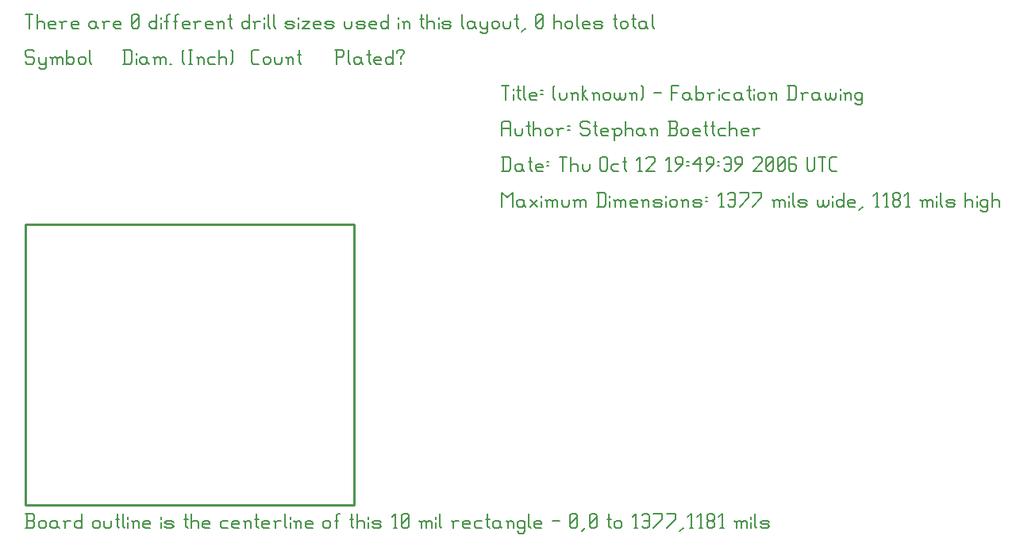
<source format=gbr>
G04 start of page 13 for group -3984 idx -3984
G04 Title: (unknown), fab *
G04 Creator: pcb-bin 20060822 *
G04 CreationDate: Thu Oct 12 19:49:39 2006 UTC *
G04 For: stephan *
G04 Format: Gerber/RS-274X *
G04 PCB-Dimensions: 137795 118110 *
G04 PCB-Coordinate-Origin: lower left *
%MOIN*%
%FSLAX24Y24*%
%LNFAB*%
%ADD11C,0.0060*%
%ADD12C,0.0100*%
G54D11*X300Y19161D02*X375Y19086D01*
X75Y19161D02*X300D01*
X0Y19086D02*X75Y19161D01*
X0Y19086D02*Y18936D01*
X75Y18861D01*
X300D01*
X375Y18786D01*
Y18636D01*
X300Y18561D02*X375Y18636D01*
X75Y18561D02*X300D01*
X0Y18636D02*X75Y18561D01*
X555Y18861D02*Y18636D01*
X630Y18561D01*
X855Y18861D02*Y18411D01*
X780Y18336D02*X855Y18411D01*
X630Y18336D02*X780D01*
X555Y18411D02*X630Y18336D01*
Y18561D02*X780D01*
X855Y18636D01*
X1110Y18786D02*Y18561D01*
Y18786D02*X1185Y18861D01*
X1260D01*
X1335Y18786D01*
Y18561D01*
Y18786D02*X1410Y18861D01*
X1485D01*
X1560Y18786D01*
Y18561D01*
X1035Y18861D02*X1110Y18786D01*
X1740Y19161D02*Y18561D01*
Y18636D02*X1815Y18561D01*
X1965D01*
X2040Y18636D01*
Y18786D02*Y18636D01*
X1965Y18861D02*X2040Y18786D01*
X1815Y18861D02*X1965D01*
X1740Y18786D02*X1815Y18861D01*
X2220Y18786D02*Y18636D01*
Y18786D02*X2295Y18861D01*
X2445D01*
X2520Y18786D01*
Y18636D01*
X2445Y18561D02*X2520Y18636D01*
X2295Y18561D02*X2445D01*
X2220Y18636D02*X2295Y18561D01*
X2700Y19161D02*Y18636D01*
X2775Y18561D01*
X4175Y19161D02*Y18561D01*
X4400Y19161D02*X4475Y19086D01*
Y18636D01*
X4400Y18561D02*X4475Y18636D01*
X4100Y18561D02*X4400D01*
X4100Y19161D02*X4400D01*
X4655Y19011D02*Y18936D01*
Y18786D02*Y18561D01*
X5030Y18861D02*X5105Y18786D01*
X4880Y18861D02*X5030D01*
X4805Y18786D02*X4880Y18861D01*
X4805Y18786D02*Y18636D01*
X4880Y18561D01*
X5105Y18861D02*Y18636D01*
X5180Y18561D01*
X4880D02*X5030D01*
X5105Y18636D01*
X5435Y18786D02*Y18561D01*
Y18786D02*X5510Y18861D01*
X5585D01*
X5660Y18786D01*
Y18561D01*
Y18786D02*X5735Y18861D01*
X5810D01*
X5885Y18786D01*
Y18561D01*
X5360Y18861D02*X5435Y18786D01*
X6065Y18561D02*X6140D01*
X6590Y18636D02*X6665Y18561D01*
X6590Y19086D02*X6665Y19161D01*
X6590Y19086D02*Y18636D01*
X6845Y19161D02*X6995D01*
X6920D02*Y18561D01*
X6845D02*X6995D01*
X7251Y18786D02*Y18561D01*
Y18786D02*X7326Y18861D01*
X7401D01*
X7476Y18786D01*
Y18561D01*
X7176Y18861D02*X7251Y18786D01*
X7731Y18861D02*X7956D01*
X7656Y18786D02*X7731Y18861D01*
X7656Y18786D02*Y18636D01*
X7731Y18561D01*
X7956D01*
X8136Y19161D02*Y18561D01*
Y18786D02*X8211Y18861D01*
X8361D01*
X8436Y18786D01*
Y18561D01*
X8616Y19161D02*X8691Y19086D01*
Y18636D01*
X8616Y18561D02*X8691Y18636D01*
X9575Y18561D02*X9800D01*
X9500Y18636D02*X9575Y18561D01*
X9500Y19086D02*Y18636D01*
Y19086D02*X9575Y19161D01*
X9800D01*
X9980Y18786D02*Y18636D01*
Y18786D02*X10055Y18861D01*
X10205D01*
X10280Y18786D01*
Y18636D01*
X10205Y18561D02*X10280Y18636D01*
X10055Y18561D02*X10205D01*
X9980Y18636D02*X10055Y18561D01*
X10460Y18861D02*Y18636D01*
X10535Y18561D01*
X10685D01*
X10760Y18636D01*
Y18861D02*Y18636D01*
X11015Y18786D02*Y18561D01*
Y18786D02*X11090Y18861D01*
X11165D01*
X11240Y18786D01*
Y18561D01*
X10940Y18861D02*X11015Y18786D01*
X11495Y19161D02*Y18636D01*
X11570Y18561D01*
X11420Y18936D02*X11570D01*
X13075Y19161D02*Y18561D01*
X13000Y19161D02*X13300D01*
X13375Y19086D01*
Y18936D01*
X13300Y18861D02*X13375Y18936D01*
X13075Y18861D02*X13300D01*
X13555Y19161D02*Y18636D01*
X13630Y18561D01*
X14005Y18861D02*X14080Y18786D01*
X13855Y18861D02*X14005D01*
X13780Y18786D02*X13855Y18861D01*
X13780Y18786D02*Y18636D01*
X13855Y18561D01*
X14080Y18861D02*Y18636D01*
X14155Y18561D01*
X13855D02*X14005D01*
X14080Y18636D01*
X14410Y19161D02*Y18636D01*
X14485Y18561D01*
X14335Y18936D02*X14485D01*
X14710Y18561D02*X14935D01*
X14635Y18636D02*X14710Y18561D01*
X14635Y18786D02*Y18636D01*
Y18786D02*X14710Y18861D01*
X14860D01*
X14935Y18786D01*
X14635Y18711D02*X14935D01*
Y18786D02*Y18711D01*
X15415Y19161D02*Y18561D01*
X15340D02*X15415Y18636D01*
X15190Y18561D02*X15340D01*
X15115Y18636D02*X15190Y18561D01*
X15115Y18786D02*Y18636D01*
Y18786D02*X15190Y18861D01*
X15340D01*
X15415Y18786D01*
X15745Y18861D02*Y18786D01*
Y18636D02*Y18561D01*
X15595Y19086D02*Y19011D01*
Y19086D02*X15670Y19161D01*
X15820D01*
X15895Y19086D01*
Y19011D01*
X15745Y18861D02*X15895Y19011D01*
X0Y20661D02*X300D01*
X150D02*Y20061D01*
X480Y20661D02*Y20061D01*
Y20286D02*X555Y20361D01*
X705D01*
X780Y20286D01*
Y20061D01*
X1035D02*X1260D01*
X960Y20136D02*X1035Y20061D01*
X960Y20286D02*Y20136D01*
Y20286D02*X1035Y20361D01*
X1185D01*
X1260Y20286D01*
X960Y20211D02*X1260D01*
Y20286D02*Y20211D01*
X1515Y20286D02*Y20061D01*
Y20286D02*X1590Y20361D01*
X1740D01*
X1440D02*X1515Y20286D01*
X1995Y20061D02*X2220D01*
X1920Y20136D02*X1995Y20061D01*
X1920Y20286D02*Y20136D01*
Y20286D02*X1995Y20361D01*
X2145D01*
X2220Y20286D01*
X1920Y20211D02*X2220D01*
Y20286D02*Y20211D01*
X2895Y20361D02*X2970Y20286D01*
X2745Y20361D02*X2895D01*
X2670Y20286D02*X2745Y20361D01*
X2670Y20286D02*Y20136D01*
X2745Y20061D01*
X2970Y20361D02*Y20136D01*
X3045Y20061D01*
X2745D02*X2895D01*
X2970Y20136D01*
X3300Y20286D02*Y20061D01*
Y20286D02*X3375Y20361D01*
X3525D01*
X3225D02*X3300Y20286D01*
X3781Y20061D02*X4006D01*
X3706Y20136D02*X3781Y20061D01*
X3706Y20286D02*Y20136D01*
Y20286D02*X3781Y20361D01*
X3931D01*
X4006Y20286D01*
X3706Y20211D02*X4006D01*
Y20286D02*Y20211D01*
X4456Y20136D02*X4531Y20061D01*
X4456Y20586D02*Y20136D01*
Y20586D02*X4531Y20661D01*
X4681D01*
X4756Y20586D01*
Y20136D01*
X4681Y20061D02*X4756Y20136D01*
X4531Y20061D02*X4681D01*
X4456Y20211D02*X4756Y20511D01*
X5506Y20661D02*Y20061D01*
X5431D02*X5506Y20136D01*
X5281Y20061D02*X5431D01*
X5206Y20136D02*X5281Y20061D01*
X5206Y20286D02*Y20136D01*
Y20286D02*X5281Y20361D01*
X5431D01*
X5506Y20286D01*
X5686Y20511D02*Y20436D01*
Y20286D02*Y20061D01*
X5911Y20586D02*Y20061D01*
Y20586D02*X5986Y20661D01*
X6061D01*
X5836Y20361D02*X5986D01*
X6286Y20586D02*Y20061D01*
Y20586D02*X6361Y20661D01*
X6436D01*
X6211Y20361D02*X6361D01*
X6661Y20061D02*X6886D01*
X6586Y20136D02*X6661Y20061D01*
X6586Y20286D02*Y20136D01*
Y20286D02*X6661Y20361D01*
X6811D01*
X6886Y20286D01*
X6586Y20211D02*X6886D01*
Y20286D02*Y20211D01*
X7142Y20286D02*Y20061D01*
Y20286D02*X7217Y20361D01*
X7367D01*
X7067D02*X7142Y20286D01*
X7622Y20061D02*X7847D01*
X7547Y20136D02*X7622Y20061D01*
X7547Y20286D02*Y20136D01*
Y20286D02*X7622Y20361D01*
X7772D01*
X7847Y20286D01*
X7547Y20211D02*X7847D01*
Y20286D02*Y20211D01*
X8102Y20286D02*Y20061D01*
Y20286D02*X8177Y20361D01*
X8252D01*
X8327Y20286D01*
Y20061D01*
X8027Y20361D02*X8102Y20286D01*
X8582Y20661D02*Y20136D01*
X8657Y20061D01*
X8507Y20436D02*X8657D01*
X9377Y20661D02*Y20061D01*
X9302D02*X9377Y20136D01*
X9152Y20061D02*X9302D01*
X9077Y20136D02*X9152Y20061D01*
X9077Y20286D02*Y20136D01*
Y20286D02*X9152Y20361D01*
X9302D01*
X9377Y20286D01*
X9632D02*Y20061D01*
Y20286D02*X9707Y20361D01*
X9857D01*
X9557D02*X9632Y20286D01*
X10038Y20511D02*Y20436D01*
Y20286D02*Y20061D01*
X10188Y20661D02*Y20136D01*
X10263Y20061D01*
X10413Y20661D02*Y20136D01*
X10488Y20061D01*
X10983D02*X11208D01*
X11283Y20136D01*
X11208Y20211D02*X11283Y20136D01*
X10983Y20211D02*X11208D01*
X10908Y20286D02*X10983Y20211D01*
X10908Y20286D02*X10983Y20361D01*
X11208D01*
X11283Y20286D01*
X10908Y20136D02*X10983Y20061D01*
X11463Y20511D02*Y20436D01*
Y20286D02*Y20061D01*
X11613Y20361D02*X11913D01*
X11613Y20061D02*X11913Y20361D01*
X11613Y20061D02*X11913D01*
X12168D02*X12393D01*
X12093Y20136D02*X12168Y20061D01*
X12093Y20286D02*Y20136D01*
Y20286D02*X12168Y20361D01*
X12318D01*
X12393Y20286D01*
X12093Y20211D02*X12393D01*
Y20286D02*Y20211D01*
X12649Y20061D02*X12874D01*
X12949Y20136D01*
X12874Y20211D02*X12949Y20136D01*
X12649Y20211D02*X12874D01*
X12574Y20286D02*X12649Y20211D01*
X12574Y20286D02*X12649Y20361D01*
X12874D01*
X12949Y20286D01*
X12574Y20136D02*X12649Y20061D01*
X13399Y20361D02*Y20136D01*
X13474Y20061D01*
X13624D01*
X13699Y20136D01*
Y20361D02*Y20136D01*
X13954Y20061D02*X14179D01*
X14254Y20136D01*
X14179Y20211D02*X14254Y20136D01*
X13954Y20211D02*X14179D01*
X13879Y20286D02*X13954Y20211D01*
X13879Y20286D02*X13954Y20361D01*
X14179D01*
X14254Y20286D01*
X13879Y20136D02*X13954Y20061D01*
X14509D02*X14734D01*
X14434Y20136D02*X14509Y20061D01*
X14434Y20286D02*Y20136D01*
Y20286D02*X14509Y20361D01*
X14659D01*
X14734Y20286D01*
X14434Y20211D02*X14734D01*
Y20286D02*Y20211D01*
X15214Y20661D02*Y20061D01*
X15139D02*X15214Y20136D01*
X14989Y20061D02*X15139D01*
X14914Y20136D02*X14989Y20061D01*
X14914Y20286D02*Y20136D01*
Y20286D02*X14989Y20361D01*
X15139D01*
X15214Y20286D01*
X15664Y20511D02*Y20436D01*
Y20286D02*Y20061D01*
X15889Y20286D02*Y20061D01*
Y20286D02*X15964Y20361D01*
X16039D01*
X16114Y20286D01*
Y20061D01*
X15814Y20361D02*X15889Y20286D01*
X16640Y20661D02*Y20136D01*
X16715Y20061D01*
X16565Y20436D02*X16715D01*
X16865Y20661D02*Y20061D01*
Y20286D02*X16940Y20361D01*
X17090D01*
X17165Y20286D01*
Y20061D01*
X17345Y20511D02*Y20436D01*
Y20286D02*Y20061D01*
X17570D02*X17795D01*
X17870Y20136D01*
X17795Y20211D02*X17870Y20136D01*
X17570Y20211D02*X17795D01*
X17495Y20286D02*X17570Y20211D01*
X17495Y20286D02*X17570Y20361D01*
X17795D01*
X17870Y20286D01*
X17495Y20136D02*X17570Y20061D01*
X18320Y20661D02*Y20136D01*
X18395Y20061D01*
X18770Y20361D02*X18845Y20286D01*
X18620Y20361D02*X18770D01*
X18545Y20286D02*X18620Y20361D01*
X18545Y20286D02*Y20136D01*
X18620Y20061D01*
X18845Y20361D02*Y20136D01*
X18920Y20061D01*
X18620D02*X18770D01*
X18845Y20136D01*
X19101Y20361D02*Y20136D01*
X19176Y20061D01*
X19401Y20361D02*Y19911D01*
X19326Y19836D02*X19401Y19911D01*
X19176Y19836D02*X19326D01*
X19101Y19911D02*X19176Y19836D01*
Y20061D02*X19326D01*
X19401Y20136D01*
X19581Y20286D02*Y20136D01*
Y20286D02*X19656Y20361D01*
X19806D01*
X19881Y20286D01*
Y20136D01*
X19806Y20061D02*X19881Y20136D01*
X19656Y20061D02*X19806D01*
X19581Y20136D02*X19656Y20061D01*
X20061Y20361D02*Y20136D01*
X20136Y20061D01*
X20286D01*
X20361Y20136D01*
Y20361D02*Y20136D01*
X20616Y20661D02*Y20136D01*
X20691Y20061D01*
X20541Y20436D02*X20691D01*
X20841Y19911D02*X20991Y20061D01*
X21441Y20136D02*X21516Y20061D01*
X21441Y20586D02*Y20136D01*
Y20586D02*X21516Y20661D01*
X21666D01*
X21741Y20586D01*
Y20136D01*
X21666Y20061D02*X21741Y20136D01*
X21516Y20061D02*X21666D01*
X21441Y20211D02*X21741Y20511D01*
X22191Y20661D02*Y20061D01*
Y20286D02*X22266Y20361D01*
X22416D01*
X22491Y20286D01*
Y20061D01*
X22672Y20286D02*Y20136D01*
Y20286D02*X22747Y20361D01*
X22897D01*
X22972Y20286D01*
Y20136D01*
X22897Y20061D02*X22972Y20136D01*
X22747Y20061D02*X22897D01*
X22672Y20136D02*X22747Y20061D01*
X23152Y20661D02*Y20136D01*
X23227Y20061D01*
X23452D02*X23677D01*
X23377Y20136D02*X23452Y20061D01*
X23377Y20286D02*Y20136D01*
Y20286D02*X23452Y20361D01*
X23602D01*
X23677Y20286D01*
X23377Y20211D02*X23677D01*
Y20286D02*Y20211D01*
X23932Y20061D02*X24157D01*
X24232Y20136D01*
X24157Y20211D02*X24232Y20136D01*
X23932Y20211D02*X24157D01*
X23857Y20286D02*X23932Y20211D01*
X23857Y20286D02*X23932Y20361D01*
X24157D01*
X24232Y20286D01*
X23857Y20136D02*X23932Y20061D01*
X24757Y20661D02*Y20136D01*
X24832Y20061D01*
X24682Y20436D02*X24832D01*
X24982Y20286D02*Y20136D01*
Y20286D02*X25057Y20361D01*
X25207D01*
X25282Y20286D01*
Y20136D01*
X25207Y20061D02*X25282Y20136D01*
X25057Y20061D02*X25207D01*
X24982Y20136D02*X25057Y20061D01*
X25537Y20661D02*Y20136D01*
X25612Y20061D01*
X25462Y20436D02*X25612D01*
X25988Y20361D02*X26063Y20286D01*
X25838Y20361D02*X25988D01*
X25763Y20286D02*X25838Y20361D01*
X25763Y20286D02*Y20136D01*
X25838Y20061D01*
X26063Y20361D02*Y20136D01*
X26138Y20061D01*
X25838D02*X25988D01*
X26063Y20136D01*
X26318Y20661D02*Y20136D01*
X26393Y20061D01*
G54D12*X0Y11811D02*X13779D01*
X0D02*Y0D01*
X13779Y11811D02*Y0D01*
X0D02*X13779D01*
G54D11*X20000Y13161D02*Y12561D01*
Y13161D02*X20225Y12936D01*
X20450Y13161D01*
Y12561D01*
X20855Y12861D02*X20930Y12786D01*
X20705Y12861D02*X20855D01*
X20630Y12786D02*X20705Y12861D01*
X20630Y12786D02*Y12636D01*
X20705Y12561D01*
X20930Y12861D02*Y12636D01*
X21005Y12561D01*
X20705D02*X20855D01*
X20930Y12636D01*
X21185Y12861D02*X21485Y12561D01*
X21185D02*X21485Y12861D01*
X21665Y13011D02*Y12936D01*
Y12786D02*Y12561D01*
X21890Y12786D02*Y12561D01*
Y12786D02*X21965Y12861D01*
X22040D01*
X22115Y12786D01*
Y12561D01*
Y12786D02*X22190Y12861D01*
X22265D01*
X22340Y12786D01*
Y12561D01*
X21815Y12861D02*X21890Y12786D01*
X22520Y12861D02*Y12636D01*
X22595Y12561D01*
X22745D01*
X22820Y12636D01*
Y12861D02*Y12636D01*
X23075Y12786D02*Y12561D01*
Y12786D02*X23150Y12861D01*
X23225D01*
X23300Y12786D01*
Y12561D01*
Y12786D02*X23375Y12861D01*
X23450D01*
X23525Y12786D01*
Y12561D01*
X23000Y12861D02*X23075Y12786D01*
X24051Y13161D02*Y12561D01*
X24276Y13161D02*X24351Y13086D01*
Y12636D01*
X24276Y12561D02*X24351Y12636D01*
X23976Y12561D02*X24276D01*
X23976Y13161D02*X24276D01*
X24531Y13011D02*Y12936D01*
Y12786D02*Y12561D01*
X24756Y12786D02*Y12561D01*
Y12786D02*X24831Y12861D01*
X24906D01*
X24981Y12786D01*
Y12561D01*
Y12786D02*X25056Y12861D01*
X25131D01*
X25206Y12786D01*
Y12561D01*
X24681Y12861D02*X24756Y12786D01*
X25461Y12561D02*X25686D01*
X25386Y12636D02*X25461Y12561D01*
X25386Y12786D02*Y12636D01*
Y12786D02*X25461Y12861D01*
X25611D01*
X25686Y12786D01*
X25386Y12711D02*X25686D01*
Y12786D02*Y12711D01*
X25941Y12786D02*Y12561D01*
Y12786D02*X26016Y12861D01*
X26091D01*
X26166Y12786D01*
Y12561D01*
X25866Y12861D02*X25941Y12786D01*
X26421Y12561D02*X26646D01*
X26721Y12636D01*
X26646Y12711D02*X26721Y12636D01*
X26421Y12711D02*X26646D01*
X26346Y12786D02*X26421Y12711D01*
X26346Y12786D02*X26421Y12861D01*
X26646D01*
X26721Y12786D01*
X26346Y12636D02*X26421Y12561D01*
X26901Y13011D02*Y12936D01*
Y12786D02*Y12561D01*
X27052Y12786D02*Y12636D01*
Y12786D02*X27127Y12861D01*
X27277D01*
X27352Y12786D01*
Y12636D01*
X27277Y12561D02*X27352Y12636D01*
X27127Y12561D02*X27277D01*
X27052Y12636D02*X27127Y12561D01*
X27607Y12786D02*Y12561D01*
Y12786D02*X27682Y12861D01*
X27757D01*
X27832Y12786D01*
Y12561D01*
X27532Y12861D02*X27607Y12786D01*
X28087Y12561D02*X28312D01*
X28387Y12636D01*
X28312Y12711D02*X28387Y12636D01*
X28087Y12711D02*X28312D01*
X28012Y12786D02*X28087Y12711D01*
X28012Y12786D02*X28087Y12861D01*
X28312D01*
X28387Y12786D01*
X28012Y12636D02*X28087Y12561D01*
X28567Y12936D02*X28642D01*
X28567Y12786D02*X28642D01*
X29167Y12561D02*X29317D01*
X29242Y13161D02*Y12561D01*
X29092Y13011D02*X29242Y13161D01*
X29497Y13086D02*X29572Y13161D01*
X29722D01*
X29797Y13086D01*
Y12636D01*
X29722Y12561D02*X29797Y12636D01*
X29572Y12561D02*X29722D01*
X29497Y12636D02*X29572Y12561D01*
Y12861D02*X29797D01*
X29978Y12561D02*X30353Y12936D01*
Y13161D02*Y12936D01*
X29978Y13161D02*X30353D01*
X30533Y12561D02*X30908Y12936D01*
Y13161D02*Y12936D01*
X30533Y13161D02*X30908D01*
X31433Y12786D02*Y12561D01*
Y12786D02*X31508Y12861D01*
X31583D01*
X31658Y12786D01*
Y12561D01*
Y12786D02*X31733Y12861D01*
X31808D01*
X31883Y12786D01*
Y12561D01*
X31358Y12861D02*X31433Y12786D01*
X32063Y13011D02*Y12936D01*
Y12786D02*Y12561D01*
X32213Y13161D02*Y12636D01*
X32288Y12561D01*
X32513D02*X32738D01*
X32813Y12636D01*
X32738Y12711D02*X32813Y12636D01*
X32513Y12711D02*X32738D01*
X32438Y12786D02*X32513Y12711D01*
X32438Y12786D02*X32513Y12861D01*
X32738D01*
X32813Y12786D01*
X32438Y12636D02*X32513Y12561D01*
X33263Y12861D02*Y12636D01*
X33338Y12561D01*
X33413D01*
X33488Y12636D01*
Y12861D02*Y12636D01*
X33563Y12561D01*
X33638D01*
X33713Y12636D01*
Y12861D02*Y12636D01*
X33894Y13011D02*Y12936D01*
Y12786D02*Y12561D01*
X34344Y13161D02*Y12561D01*
X34269D02*X34344Y12636D01*
X34119Y12561D02*X34269D01*
X34044Y12636D02*X34119Y12561D01*
X34044Y12786D02*Y12636D01*
Y12786D02*X34119Y12861D01*
X34269D01*
X34344Y12786D01*
X34599Y12561D02*X34824D01*
X34524Y12636D02*X34599Y12561D01*
X34524Y12786D02*Y12636D01*
Y12786D02*X34599Y12861D01*
X34749D01*
X34824Y12786D01*
X34524Y12711D02*X34824D01*
Y12786D02*Y12711D01*
X35004Y12411D02*X35154Y12561D01*
X35679D02*X35829D01*
X35754Y13161D02*Y12561D01*
X35604Y13011D02*X35754Y13161D01*
X36084Y12561D02*X36234D01*
X36159Y13161D02*Y12561D01*
X36009Y13011D02*X36159Y13161D01*
X36414Y12636D02*X36489Y12561D01*
X36414Y12786D02*Y12636D01*
Y12786D02*X36489Y12861D01*
X36639D01*
X36714Y12786D01*
Y12636D01*
X36639Y12561D02*X36714Y12636D01*
X36489Y12561D02*X36639D01*
X36414Y12936D02*X36489Y12861D01*
X36414Y13086D02*Y12936D01*
Y13086D02*X36489Y13161D01*
X36639D01*
X36714Y13086D01*
Y12936D01*
X36639Y12861D02*X36714Y12936D01*
X36970Y12561D02*X37120D01*
X37045Y13161D02*Y12561D01*
X36895Y13011D02*X37045Y13161D01*
X37645Y12786D02*Y12561D01*
Y12786D02*X37720Y12861D01*
X37795D01*
X37870Y12786D01*
Y12561D01*
Y12786D02*X37945Y12861D01*
X38020D01*
X38095Y12786D01*
Y12561D01*
X37570Y12861D02*X37645Y12786D01*
X38275Y13011D02*Y12936D01*
Y12786D02*Y12561D01*
X38425Y13161D02*Y12636D01*
X38500Y12561D01*
X38725D02*X38950D01*
X39025Y12636D01*
X38950Y12711D02*X39025Y12636D01*
X38725Y12711D02*X38950D01*
X38650Y12786D02*X38725Y12711D01*
X38650Y12786D02*X38725Y12861D01*
X38950D01*
X39025Y12786D01*
X38650Y12636D02*X38725Y12561D01*
X39475Y13161D02*Y12561D01*
Y12786D02*X39550Y12861D01*
X39700D01*
X39775Y12786D01*
Y12561D01*
X39956Y13011D02*Y12936D01*
Y12786D02*Y12561D01*
X40331Y12861D02*X40406Y12786D01*
X40181Y12861D02*X40331D01*
X40106Y12786D02*X40181Y12861D01*
X40106Y12786D02*Y12636D01*
X40181Y12561D01*
X40331D01*
X40406Y12636D01*
X40106Y12411D02*X40181Y12336D01*
X40331D01*
X40406Y12411D01*
Y12861D02*Y12411D01*
X40586Y13161D02*Y12561D01*
Y12786D02*X40661Y12861D01*
X40811D01*
X40886Y12786D01*
Y12561D01*
X0Y-950D02*X300D01*
X375Y-875D01*
Y-725D02*Y-875D01*
X300Y-650D02*X375Y-725D01*
X75Y-650D02*X300D01*
X75Y-350D02*Y-950D01*
X0Y-350D02*X300D01*
X375Y-425D01*
Y-575D01*
X300Y-650D02*X375Y-575D01*
X555Y-725D02*Y-875D01*
Y-725D02*X630Y-650D01*
X780D01*
X855Y-725D01*
Y-875D01*
X780Y-950D02*X855Y-875D01*
X630Y-950D02*X780D01*
X555Y-875D02*X630Y-950D01*
X1260Y-650D02*X1335Y-725D01*
X1110Y-650D02*X1260D01*
X1035Y-725D02*X1110Y-650D01*
X1035Y-725D02*Y-875D01*
X1110Y-950D01*
X1335Y-650D02*Y-875D01*
X1410Y-950D01*
X1110D02*X1260D01*
X1335Y-875D01*
X1665Y-725D02*Y-950D01*
Y-725D02*X1740Y-650D01*
X1890D01*
X1590D02*X1665Y-725D01*
X2370Y-350D02*Y-950D01*
X2295D02*X2370Y-875D01*
X2145Y-950D02*X2295D01*
X2070Y-875D02*X2145Y-950D01*
X2070Y-725D02*Y-875D01*
Y-725D02*X2145Y-650D01*
X2295D01*
X2370Y-725D01*
X2820D02*Y-875D01*
Y-725D02*X2895Y-650D01*
X3045D01*
X3120Y-725D01*
Y-875D01*
X3045Y-950D02*X3120Y-875D01*
X2895Y-950D02*X3045D01*
X2820Y-875D02*X2895Y-950D01*
X3300Y-650D02*Y-875D01*
X3375Y-950D01*
X3525D01*
X3600Y-875D01*
Y-650D02*Y-875D01*
X3856Y-350D02*Y-875D01*
X3931Y-950D01*
X3781Y-575D02*X3931D01*
X4081Y-350D02*Y-875D01*
X4156Y-950D01*
X4306Y-500D02*Y-575D01*
Y-725D02*Y-950D01*
X4531Y-725D02*Y-950D01*
Y-725D02*X4606Y-650D01*
X4681D01*
X4756Y-725D01*
Y-950D01*
X4456Y-650D02*X4531Y-725D01*
X5011Y-950D02*X5236D01*
X4936Y-875D02*X5011Y-950D01*
X4936Y-725D02*Y-875D01*
Y-725D02*X5011Y-650D01*
X5161D01*
X5236Y-725D01*
X4936Y-800D02*X5236D01*
Y-725D02*Y-800D01*
X5686Y-500D02*Y-575D01*
Y-725D02*Y-950D01*
X5911D02*X6136D01*
X6211Y-875D01*
X6136Y-800D02*X6211Y-875D01*
X5911Y-800D02*X6136D01*
X5836Y-725D02*X5911Y-800D01*
X5836Y-725D02*X5911Y-650D01*
X6136D01*
X6211Y-725D01*
X5836Y-875D02*X5911Y-950D01*
X6737Y-350D02*Y-875D01*
X6812Y-950D01*
X6662Y-575D02*X6812D01*
X6962Y-350D02*Y-950D01*
Y-725D02*X7037Y-650D01*
X7187D01*
X7262Y-725D01*
Y-950D01*
X7517D02*X7742D01*
X7442Y-875D02*X7517Y-950D01*
X7442Y-725D02*Y-875D01*
Y-725D02*X7517Y-650D01*
X7667D01*
X7742Y-725D01*
X7442Y-800D02*X7742D01*
Y-725D02*Y-800D01*
X8267Y-650D02*X8492D01*
X8192Y-725D02*X8267Y-650D01*
X8192Y-725D02*Y-875D01*
X8267Y-950D01*
X8492D01*
X8747D02*X8972D01*
X8672Y-875D02*X8747Y-950D01*
X8672Y-725D02*Y-875D01*
Y-725D02*X8747Y-650D01*
X8897D01*
X8972Y-725D01*
X8672Y-800D02*X8972D01*
Y-725D02*Y-800D01*
X9227Y-725D02*Y-950D01*
Y-725D02*X9302Y-650D01*
X9377D01*
X9452Y-725D01*
Y-950D01*
X9152Y-650D02*X9227Y-725D01*
X9708Y-350D02*Y-875D01*
X9783Y-950D01*
X9633Y-575D02*X9783D01*
X10008Y-950D02*X10233D01*
X9933Y-875D02*X10008Y-950D01*
X9933Y-725D02*Y-875D01*
Y-725D02*X10008Y-650D01*
X10158D01*
X10233Y-725D01*
X9933Y-800D02*X10233D01*
Y-725D02*Y-800D01*
X10488Y-725D02*Y-950D01*
Y-725D02*X10563Y-650D01*
X10713D01*
X10413D02*X10488Y-725D01*
X10893Y-350D02*Y-875D01*
X10968Y-950D01*
X11118Y-500D02*Y-575D01*
Y-725D02*Y-950D01*
X11343Y-725D02*Y-950D01*
Y-725D02*X11418Y-650D01*
X11493D01*
X11568Y-725D01*
Y-950D01*
X11268Y-650D02*X11343Y-725D01*
X11823Y-950D02*X12048D01*
X11748Y-875D02*X11823Y-950D01*
X11748Y-725D02*Y-875D01*
Y-725D02*X11823Y-650D01*
X11973D01*
X12048Y-725D01*
X11748Y-800D02*X12048D01*
Y-725D02*Y-800D01*
X12499Y-725D02*Y-875D01*
Y-725D02*X12574Y-650D01*
X12724D01*
X12799Y-725D01*
Y-875D01*
X12724Y-950D02*X12799Y-875D01*
X12574Y-950D02*X12724D01*
X12499Y-875D02*X12574Y-950D01*
X13054Y-425D02*Y-950D01*
Y-425D02*X13129Y-350D01*
X13204D01*
X12979Y-650D02*X13129D01*
X13699Y-350D02*Y-875D01*
X13774Y-950D01*
X13624Y-575D02*X13774D01*
X13924Y-350D02*Y-950D01*
Y-725D02*X13999Y-650D01*
X14149D01*
X14224Y-725D01*
Y-950D01*
X14404Y-500D02*Y-575D01*
Y-725D02*Y-950D01*
X14629D02*X14854D01*
X14929Y-875D01*
X14854Y-800D02*X14929Y-875D01*
X14629Y-800D02*X14854D01*
X14554Y-725D02*X14629Y-800D01*
X14554Y-725D02*X14629Y-650D01*
X14854D01*
X14929Y-725D01*
X14554Y-875D02*X14629Y-950D01*
X15454D02*X15604D01*
X15529Y-350D02*Y-950D01*
X15379Y-500D02*X15529Y-350D01*
X15785Y-875D02*X15860Y-950D01*
X15785Y-425D02*Y-875D01*
Y-425D02*X15860Y-350D01*
X16010D01*
X16085Y-425D01*
Y-875D01*
X16010Y-950D02*X16085Y-875D01*
X15860Y-950D02*X16010D01*
X15785Y-800D02*X16085Y-500D01*
X16610Y-725D02*Y-950D01*
Y-725D02*X16685Y-650D01*
X16760D01*
X16835Y-725D01*
Y-950D01*
Y-725D02*X16910Y-650D01*
X16985D01*
X17060Y-725D01*
Y-950D01*
X16535Y-650D02*X16610Y-725D01*
X17240Y-500D02*Y-575D01*
Y-725D02*Y-950D01*
X17390Y-350D02*Y-875D01*
X17465Y-950D01*
X17960Y-725D02*Y-950D01*
Y-725D02*X18035Y-650D01*
X18185D01*
X17885D02*X17960Y-725D01*
X18440Y-950D02*X18665D01*
X18365Y-875D02*X18440Y-950D01*
X18365Y-725D02*Y-875D01*
Y-725D02*X18440Y-650D01*
X18590D01*
X18665Y-725D01*
X18365Y-800D02*X18665D01*
Y-725D02*Y-800D01*
X18921Y-650D02*X19146D01*
X18846Y-725D02*X18921Y-650D01*
X18846Y-725D02*Y-875D01*
X18921Y-950D01*
X19146D01*
X19401Y-350D02*Y-875D01*
X19476Y-950D01*
X19326Y-575D02*X19476D01*
X19851Y-650D02*X19926Y-725D01*
X19701Y-650D02*X19851D01*
X19626Y-725D02*X19701Y-650D01*
X19626Y-725D02*Y-875D01*
X19701Y-950D01*
X19926Y-650D02*Y-875D01*
X20001Y-950D01*
X19701D02*X19851D01*
X19926Y-875D01*
X20256Y-725D02*Y-950D01*
Y-725D02*X20331Y-650D01*
X20406D01*
X20481Y-725D01*
Y-950D01*
X20181Y-650D02*X20256Y-725D01*
X20886Y-650D02*X20961Y-725D01*
X20736Y-650D02*X20886D01*
X20661Y-725D02*X20736Y-650D01*
X20661Y-725D02*Y-875D01*
X20736Y-950D01*
X20886D01*
X20961Y-875D01*
X20661Y-1100D02*X20736Y-1175D01*
X20886D01*
X20961Y-1100D01*
Y-650D02*Y-1100D01*
X21141Y-350D02*Y-875D01*
X21216Y-950D01*
X21441D02*X21666D01*
X21366Y-875D02*X21441Y-950D01*
X21366Y-725D02*Y-875D01*
Y-725D02*X21441Y-650D01*
X21591D01*
X21666Y-725D01*
X21366Y-800D02*X21666D01*
Y-725D02*Y-800D01*
X22117Y-650D02*X22417D01*
X22867Y-875D02*X22942Y-950D01*
X22867Y-425D02*Y-875D01*
Y-425D02*X22942Y-350D01*
X23092D01*
X23167Y-425D01*
Y-875D01*
X23092Y-950D02*X23167Y-875D01*
X22942Y-950D02*X23092D01*
X22867Y-800D02*X23167Y-500D01*
X23347Y-1100D02*X23497Y-950D01*
X23677Y-875D02*X23752Y-950D01*
X23677Y-425D02*Y-875D01*
Y-425D02*X23752Y-350D01*
X23902D01*
X23977Y-425D01*
Y-875D01*
X23902Y-950D02*X23977Y-875D01*
X23752Y-950D02*X23902D01*
X23677Y-800D02*X23977Y-500D01*
X24502Y-350D02*Y-875D01*
X24577Y-950D01*
X24427Y-575D02*X24577D01*
X24727Y-725D02*Y-875D01*
Y-725D02*X24802Y-650D01*
X24952D01*
X25027Y-725D01*
Y-875D01*
X24952Y-950D02*X25027Y-875D01*
X24802Y-950D02*X24952D01*
X24727Y-875D02*X24802Y-950D01*
X25552D02*X25702D01*
X25627Y-350D02*Y-950D01*
X25477Y-500D02*X25627Y-350D01*
X25883Y-425D02*X25958Y-350D01*
X26108D01*
X26183Y-425D01*
Y-875D01*
X26108Y-950D02*X26183Y-875D01*
X25958Y-950D02*X26108D01*
X25883Y-875D02*X25958Y-950D01*
Y-650D02*X26183D01*
X26363Y-950D02*X26738Y-575D01*
Y-350D02*Y-575D01*
X26363Y-350D02*X26738D01*
X26918Y-950D02*X27293Y-575D01*
Y-350D02*Y-575D01*
X26918Y-350D02*X27293D01*
X27473Y-1100D02*X27623Y-950D01*
X27878D02*X28028D01*
X27953Y-350D02*Y-950D01*
X27803Y-500D02*X27953Y-350D01*
X28283Y-950D02*X28433D01*
X28358Y-350D02*Y-950D01*
X28208Y-500D02*X28358Y-350D01*
X28614Y-875D02*X28689Y-950D01*
X28614Y-725D02*Y-875D01*
Y-725D02*X28689Y-650D01*
X28839D01*
X28914Y-725D01*
Y-875D01*
X28839Y-950D02*X28914Y-875D01*
X28689Y-950D02*X28839D01*
X28614Y-575D02*X28689Y-650D01*
X28614Y-425D02*Y-575D01*
Y-425D02*X28689Y-350D01*
X28839D01*
X28914Y-425D01*
Y-575D01*
X28839Y-650D02*X28914Y-575D01*
X29169Y-950D02*X29319D01*
X29244Y-350D02*Y-950D01*
X29094Y-500D02*X29244Y-350D01*
X29844Y-725D02*Y-950D01*
Y-725D02*X29919Y-650D01*
X29994D01*
X30069Y-725D01*
Y-950D01*
Y-725D02*X30144Y-650D01*
X30219D01*
X30294Y-725D01*
Y-950D01*
X29769Y-650D02*X29844Y-725D01*
X30474Y-500D02*Y-575D01*
Y-725D02*Y-950D01*
X30624Y-350D02*Y-875D01*
X30699Y-950D01*
X30924D02*X31149D01*
X31224Y-875D01*
X31149Y-800D02*X31224Y-875D01*
X30924Y-800D02*X31149D01*
X30849Y-725D02*X30924Y-800D01*
X30849Y-725D02*X30924Y-650D01*
X31149D01*
X31224Y-725D01*
X30849Y-875D02*X30924Y-950D01*
X20075Y14661D02*Y14061D01*
X20300Y14661D02*X20375Y14586D01*
Y14136D01*
X20300Y14061D02*X20375Y14136D01*
X20000Y14061D02*X20300D01*
X20000Y14661D02*X20300D01*
X20780Y14361D02*X20855Y14286D01*
X20630Y14361D02*X20780D01*
X20555Y14286D02*X20630Y14361D01*
X20555Y14286D02*Y14136D01*
X20630Y14061D01*
X20855Y14361D02*Y14136D01*
X20930Y14061D01*
X20630D02*X20780D01*
X20855Y14136D01*
X21185Y14661D02*Y14136D01*
X21260Y14061D01*
X21110Y14436D02*X21260D01*
X21485Y14061D02*X21710D01*
X21410Y14136D02*X21485Y14061D01*
X21410Y14286D02*Y14136D01*
Y14286D02*X21485Y14361D01*
X21635D01*
X21710Y14286D01*
X21410Y14211D02*X21710D01*
Y14286D02*Y14211D01*
X21890Y14436D02*X21965D01*
X21890Y14286D02*X21965D01*
X22415Y14661D02*X22715D01*
X22565D02*Y14061D01*
X22895Y14661D02*Y14061D01*
Y14286D02*X22970Y14361D01*
X23120D01*
X23195Y14286D01*
Y14061D01*
X23376Y14361D02*Y14136D01*
X23451Y14061D01*
X23601D01*
X23676Y14136D01*
Y14361D02*Y14136D01*
X24126Y14586D02*Y14136D01*
Y14586D02*X24201Y14661D01*
X24351D01*
X24426Y14586D01*
Y14136D01*
X24351Y14061D02*X24426Y14136D01*
X24201Y14061D02*X24351D01*
X24126Y14136D02*X24201Y14061D01*
X24681Y14361D02*X24906D01*
X24606Y14286D02*X24681Y14361D01*
X24606Y14286D02*Y14136D01*
X24681Y14061D01*
X24906D01*
X25161Y14661D02*Y14136D01*
X25236Y14061D01*
X25086Y14436D02*X25236D01*
X25731Y14061D02*X25881D01*
X25806Y14661D02*Y14061D01*
X25656Y14511D02*X25806Y14661D01*
X26061Y14586D02*X26136Y14661D01*
X26361D01*
X26436Y14586D01*
Y14436D01*
X26061Y14061D02*X26436Y14436D01*
X26061Y14061D02*X26436D01*
X26961D02*X27111D01*
X27036Y14661D02*Y14061D01*
X26886Y14511D02*X27036Y14661D01*
X27292Y14061D02*X27592Y14361D01*
Y14586D02*Y14361D01*
X27517Y14661D02*X27592Y14586D01*
X27367Y14661D02*X27517D01*
X27292Y14586D02*X27367Y14661D01*
X27292Y14586D02*Y14436D01*
X27367Y14361D01*
X27592D01*
X27772Y14436D02*X27847D01*
X27772Y14286D02*X27847D01*
X28027Y14361D02*X28327Y14661D01*
X28027Y14361D02*X28402D01*
X28327Y14661D02*Y14061D01*
X28582D02*X28882Y14361D01*
Y14586D02*Y14361D01*
X28807Y14661D02*X28882Y14586D01*
X28657Y14661D02*X28807D01*
X28582Y14586D02*X28657Y14661D01*
X28582Y14586D02*Y14436D01*
X28657Y14361D01*
X28882D01*
X29062Y14436D02*X29137D01*
X29062Y14286D02*X29137D01*
X29317Y14586D02*X29392Y14661D01*
X29542D01*
X29617Y14586D01*
Y14136D01*
X29542Y14061D02*X29617Y14136D01*
X29392Y14061D02*X29542D01*
X29317Y14136D02*X29392Y14061D01*
Y14361D02*X29617D01*
X29798Y14061D02*X30098Y14361D01*
Y14586D02*Y14361D01*
X30023Y14661D02*X30098Y14586D01*
X29873Y14661D02*X30023D01*
X29798Y14586D02*X29873Y14661D01*
X29798Y14586D02*Y14436D01*
X29873Y14361D01*
X30098D01*
X30548Y14586D02*X30623Y14661D01*
X30848D01*
X30923Y14586D01*
Y14436D01*
X30548Y14061D02*X30923Y14436D01*
X30548Y14061D02*X30923D01*
X31103Y14136D02*X31178Y14061D01*
X31103Y14586D02*Y14136D01*
Y14586D02*X31178Y14661D01*
X31328D01*
X31403Y14586D01*
Y14136D01*
X31328Y14061D02*X31403Y14136D01*
X31178Y14061D02*X31328D01*
X31103Y14211D02*X31403Y14511D01*
X31583Y14136D02*X31658Y14061D01*
X31583Y14586D02*Y14136D01*
Y14586D02*X31658Y14661D01*
X31808D01*
X31883Y14586D01*
Y14136D01*
X31808Y14061D02*X31883Y14136D01*
X31658Y14061D02*X31808D01*
X31583Y14211D02*X31883Y14511D01*
X32288Y14661D02*X32363Y14586D01*
X32138Y14661D02*X32288D01*
X32063Y14586D02*X32138Y14661D01*
X32063Y14586D02*Y14136D01*
X32138Y14061D01*
X32288Y14361D02*X32363Y14286D01*
X32063Y14361D02*X32288D01*
X32138Y14061D02*X32288D01*
X32363Y14136D01*
Y14286D02*Y14136D01*
X32813Y14661D02*Y14136D01*
X32888Y14061D01*
X33038D01*
X33113Y14136D01*
Y14661D02*Y14136D01*
X33293Y14661D02*X33593D01*
X33443D02*Y14061D01*
X33849D02*X34074D01*
X33774Y14136D02*X33849Y14061D01*
X33774Y14586D02*Y14136D01*
Y14586D02*X33849Y14661D01*
X34074D01*
X20000Y16086D02*Y15561D01*
Y16086D02*X20075Y16161D01*
X20300D01*
X20375Y16086D01*
Y15561D01*
X20000Y15861D02*X20375D01*
X20555D02*Y15636D01*
X20630Y15561D01*
X20780D01*
X20855Y15636D01*
Y15861D02*Y15636D01*
X21110Y16161D02*Y15636D01*
X21185Y15561D01*
X21035Y15936D02*X21185D01*
X21335Y16161D02*Y15561D01*
Y15786D02*X21410Y15861D01*
X21560D01*
X21635Y15786D01*
Y15561D01*
X21815Y15786D02*Y15636D01*
Y15786D02*X21890Y15861D01*
X22040D01*
X22115Y15786D01*
Y15636D01*
X22040Y15561D02*X22115Y15636D01*
X21890Y15561D02*X22040D01*
X21815Y15636D02*X21890Y15561D01*
X22370Y15786D02*Y15561D01*
Y15786D02*X22445Y15861D01*
X22595D01*
X22295D02*X22370Y15786D01*
X22775Y15936D02*X22850D01*
X22775Y15786D02*X22850D01*
X23601Y16161D02*X23676Y16086D01*
X23376Y16161D02*X23601D01*
X23301Y16086D02*X23376Y16161D01*
X23301Y16086D02*Y15936D01*
X23376Y15861D01*
X23601D01*
X23676Y15786D01*
Y15636D01*
X23601Y15561D02*X23676Y15636D01*
X23376Y15561D02*X23601D01*
X23301Y15636D02*X23376Y15561D01*
X23931Y16161D02*Y15636D01*
X24006Y15561D01*
X23856Y15936D02*X24006D01*
X24231Y15561D02*X24456D01*
X24156Y15636D02*X24231Y15561D01*
X24156Y15786D02*Y15636D01*
Y15786D02*X24231Y15861D01*
X24381D01*
X24456Y15786D01*
X24156Y15711D02*X24456D01*
Y15786D02*Y15711D01*
X24711Y15786D02*Y15336D01*
X24636Y15861D02*X24711Y15786D01*
X24786Y15861D01*
X24936D01*
X25011Y15786D01*
Y15636D01*
X24936Y15561D02*X25011Y15636D01*
X24786Y15561D02*X24936D01*
X24711Y15636D02*X24786Y15561D01*
X25191Y16161D02*Y15561D01*
Y15786D02*X25266Y15861D01*
X25416D01*
X25491Y15786D01*
Y15561D01*
X25896Y15861D02*X25971Y15786D01*
X25746Y15861D02*X25896D01*
X25671Y15786D02*X25746Y15861D01*
X25671Y15786D02*Y15636D01*
X25746Y15561D01*
X25971Y15861D02*Y15636D01*
X26046Y15561D01*
X25746D02*X25896D01*
X25971Y15636D01*
X26301Y15786D02*Y15561D01*
Y15786D02*X26376Y15861D01*
X26451D01*
X26526Y15786D01*
Y15561D01*
X26226Y15861D02*X26301Y15786D01*
X26977Y15561D02*X27277D01*
X27352Y15636D01*
Y15786D02*Y15636D01*
X27277Y15861D02*X27352Y15786D01*
X27052Y15861D02*X27277D01*
X27052Y16161D02*Y15561D01*
X26977Y16161D02*X27277D01*
X27352Y16086D01*
Y15936D01*
X27277Y15861D02*X27352Y15936D01*
X27532Y15786D02*Y15636D01*
Y15786D02*X27607Y15861D01*
X27757D01*
X27832Y15786D01*
Y15636D01*
X27757Y15561D02*X27832Y15636D01*
X27607Y15561D02*X27757D01*
X27532Y15636D02*X27607Y15561D01*
X28087D02*X28312D01*
X28012Y15636D02*X28087Y15561D01*
X28012Y15786D02*Y15636D01*
Y15786D02*X28087Y15861D01*
X28237D01*
X28312Y15786D01*
X28012Y15711D02*X28312D01*
Y15786D02*Y15711D01*
X28567Y16161D02*Y15636D01*
X28642Y15561D01*
X28492Y15936D02*X28642D01*
X28867Y16161D02*Y15636D01*
X28942Y15561D01*
X28792Y15936D02*X28942D01*
X29167Y15861D02*X29392D01*
X29092Y15786D02*X29167Y15861D01*
X29092Y15786D02*Y15636D01*
X29167Y15561D01*
X29392D01*
X29573Y16161D02*Y15561D01*
Y15786D02*X29648Y15861D01*
X29798D01*
X29873Y15786D01*
Y15561D01*
X30128D02*X30353D01*
X30053Y15636D02*X30128Y15561D01*
X30053Y15786D02*Y15636D01*
Y15786D02*X30128Y15861D01*
X30278D01*
X30353Y15786D01*
X30053Y15711D02*X30353D01*
Y15786D02*Y15711D01*
X30608Y15786D02*Y15561D01*
Y15786D02*X30683Y15861D01*
X30833D01*
X30533D02*X30608Y15786D01*
X20000Y17661D02*X20300D01*
X20150D02*Y17061D01*
X20480Y17511D02*Y17436D01*
Y17286D02*Y17061D01*
X20705Y17661D02*Y17136D01*
X20780Y17061D01*
X20630Y17436D02*X20780D01*
X20930Y17661D02*Y17136D01*
X21005Y17061D01*
X21230D02*X21455D01*
X21155Y17136D02*X21230Y17061D01*
X21155Y17286D02*Y17136D01*
Y17286D02*X21230Y17361D01*
X21380D01*
X21455Y17286D01*
X21155Y17211D02*X21455D01*
Y17286D02*Y17211D01*
X21635Y17436D02*X21710D01*
X21635Y17286D02*X21710D01*
X22160Y17136D02*X22235Y17061D01*
X22160Y17586D02*X22235Y17661D01*
X22160Y17586D02*Y17136D01*
X22416Y17361D02*Y17136D01*
X22491Y17061D01*
X22641D01*
X22716Y17136D01*
Y17361D02*Y17136D01*
X22971Y17286D02*Y17061D01*
Y17286D02*X23046Y17361D01*
X23121D01*
X23196Y17286D01*
Y17061D01*
X22896Y17361D02*X22971Y17286D01*
X23376Y17661D02*Y17061D01*
Y17286D02*X23601Y17061D01*
X23376Y17286D02*X23526Y17436D01*
X23856Y17286D02*Y17061D01*
Y17286D02*X23931Y17361D01*
X24006D01*
X24081Y17286D01*
Y17061D01*
X23781Y17361D02*X23856Y17286D01*
X24261D02*Y17136D01*
Y17286D02*X24336Y17361D01*
X24486D01*
X24561Y17286D01*
Y17136D01*
X24486Y17061D02*X24561Y17136D01*
X24336Y17061D02*X24486D01*
X24261Y17136D02*X24336Y17061D01*
X24741Y17361D02*Y17136D01*
X24816Y17061D01*
X24891D01*
X24966Y17136D01*
Y17361D02*Y17136D01*
X25041Y17061D01*
X25116D01*
X25191Y17136D01*
Y17361D02*Y17136D01*
X25446Y17286D02*Y17061D01*
Y17286D02*X25521Y17361D01*
X25596D01*
X25671Y17286D01*
Y17061D01*
X25371Y17361D02*X25446Y17286D01*
X25852Y17661D02*X25927Y17586D01*
Y17136D01*
X25852Y17061D02*X25927Y17136D01*
X26377Y17361D02*X26677D01*
X27127Y17661D02*Y17061D01*
Y17661D02*X27427D01*
X27127Y17361D02*X27352D01*
X27832D02*X27907Y17286D01*
X27682Y17361D02*X27832D01*
X27607Y17286D02*X27682Y17361D01*
X27607Y17286D02*Y17136D01*
X27682Y17061D01*
X27907Y17361D02*Y17136D01*
X27982Y17061D01*
X27682D02*X27832D01*
X27907Y17136D01*
X28162Y17661D02*Y17061D01*
Y17136D02*X28237Y17061D01*
X28387D01*
X28462Y17136D01*
Y17286D02*Y17136D01*
X28387Y17361D02*X28462Y17286D01*
X28237Y17361D02*X28387D01*
X28162Y17286D02*X28237Y17361D01*
X28717Y17286D02*Y17061D01*
Y17286D02*X28792Y17361D01*
X28942D01*
X28642D02*X28717Y17286D01*
X29123Y17511D02*Y17436D01*
Y17286D02*Y17061D01*
X29348Y17361D02*X29573D01*
X29273Y17286D02*X29348Y17361D01*
X29273Y17286D02*Y17136D01*
X29348Y17061D01*
X29573D01*
X29978Y17361D02*X30053Y17286D01*
X29828Y17361D02*X29978D01*
X29753Y17286D02*X29828Y17361D01*
X29753Y17286D02*Y17136D01*
X29828Y17061D01*
X30053Y17361D02*Y17136D01*
X30128Y17061D01*
X29828D02*X29978D01*
X30053Y17136D01*
X30383Y17661D02*Y17136D01*
X30458Y17061D01*
X30308Y17436D02*X30458D01*
X30608Y17511D02*Y17436D01*
Y17286D02*Y17061D01*
X30758Y17286D02*Y17136D01*
Y17286D02*X30833Y17361D01*
X30983D01*
X31058Y17286D01*
Y17136D01*
X30983Y17061D02*X31058Y17136D01*
X30833Y17061D02*X30983D01*
X30758Y17136D02*X30833Y17061D01*
X31313Y17286D02*Y17061D01*
Y17286D02*X31388Y17361D01*
X31463D01*
X31538Y17286D01*
Y17061D01*
X31238Y17361D02*X31313Y17286D01*
X32064Y17661D02*Y17061D01*
X32289Y17661D02*X32364Y17586D01*
Y17136D01*
X32289Y17061D02*X32364Y17136D01*
X31989Y17061D02*X32289D01*
X31989Y17661D02*X32289D01*
X32619Y17286D02*Y17061D01*
Y17286D02*X32694Y17361D01*
X32844D01*
X32544D02*X32619Y17286D01*
X33249Y17361D02*X33324Y17286D01*
X33099Y17361D02*X33249D01*
X33024Y17286D02*X33099Y17361D01*
X33024Y17286D02*Y17136D01*
X33099Y17061D01*
X33324Y17361D02*Y17136D01*
X33399Y17061D01*
X33099D02*X33249D01*
X33324Y17136D01*
X33579Y17361D02*Y17136D01*
X33654Y17061D01*
X33729D01*
X33804Y17136D01*
Y17361D02*Y17136D01*
X33879Y17061D01*
X33954D01*
X34029Y17136D01*
Y17361D02*Y17136D01*
X34209Y17511D02*Y17436D01*
Y17286D02*Y17061D01*
X34434Y17286D02*Y17061D01*
Y17286D02*X34509Y17361D01*
X34584D01*
X34659Y17286D01*
Y17061D01*
X34359Y17361D02*X34434Y17286D01*
X35064Y17361D02*X35139Y17286D01*
X34914Y17361D02*X35064D01*
X34839Y17286D02*X34914Y17361D01*
X34839Y17286D02*Y17136D01*
X34914Y17061D01*
X35064D01*
X35139Y17136D01*
X34839Y16911D02*X34914Y16836D01*
X35064D01*
X35139Y16911D01*
Y17361D02*Y16911D01*
M02*

</source>
